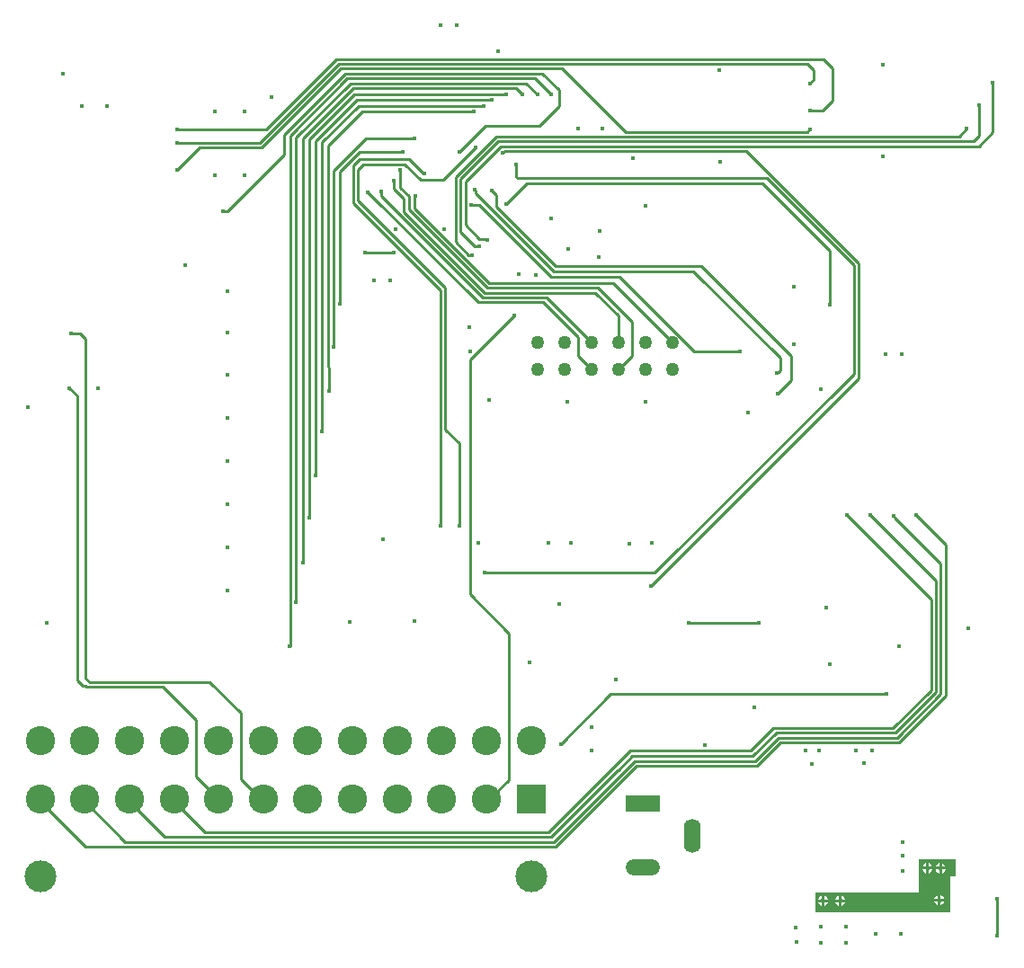
<source format=gbl>
G04*
G04 #@! TF.GenerationSoftware,Altium Limited,Altium Designer,24.6.1 (21)*
G04*
G04 Layer_Physical_Order=4*
G04 Layer_Color=16711680*
%FSLAX44Y44*%
%MOMM*%
G71*
G04*
G04 #@! TF.SameCoordinates,533720E8-7120-4541-8755-C975A74632B4*
G04*
G04*
G04 #@! TF.FilePolarity,Positive*
G04*
G01*
G75*
%ADD14C,0.2540*%
%ADD50C,2.7500*%
%ADD51R,2.7500X2.7500*%
%ADD52C,3.0000*%
%ADD53C,1.2700*%
%ADD54R,3.2000X1.6000*%
G04:AMPARAMS|DCode=55|XSize=3.2mm|YSize=1.6mm|CornerRadius=0.8mm|HoleSize=0mm|Usage=FLASHONLY|Rotation=180.000|XOffset=0mm|YOffset=0mm|HoleType=Round|Shape=RoundedRectangle|*
%AMROUNDEDRECTD55*
21,1,3.2000,0.0000,0,0,180.0*
21,1,1.6000,1.6000,0,0,180.0*
1,1,1.6000,-0.8000,0.0000*
1,1,1.6000,0.8000,0.0000*
1,1,1.6000,0.8000,0.0000*
1,1,1.6000,-0.8000,0.0000*
%
%ADD55ROUNDEDRECTD55*%
G04:AMPARAMS|DCode=56|XSize=1.6mm|YSize=3.2mm|CornerRadius=0.8mm|HoleSize=0mm|Usage=FLASHONLY|Rotation=180.000|XOffset=0mm|YOffset=0mm|HoleType=Round|Shape=RoundedRectangle|*
%AMROUNDEDRECTD56*
21,1,1.6000,1.6000,0,0,180.0*
21,1,0.0000,3.2000,0,0,180.0*
1,1,1.6000,0.0000,0.8000*
1,1,1.6000,0.0000,0.8000*
1,1,1.6000,0.0000,-0.8000*
1,1,1.6000,0.0000,-0.8000*
%
%ADD56ROUNDEDRECTD56*%
%ADD77C,0.4500*%
G36*
X1678151Y328930D02*
X1672590D01*
Y294640D01*
X1545590D01*
Y313690D01*
X1643380D01*
Y345231D01*
X1678151D01*
Y328930D01*
D02*
G37*
%LPC*%
G36*
X1664970Y341209D02*
Y337820D01*
X1668359D01*
X1667761Y339263D01*
X1666413Y340611D01*
X1664970Y341209D01*
D02*
G37*
G36*
X1662430D02*
X1660987Y340611D01*
X1659639Y339263D01*
X1659041Y337820D01*
X1662430D01*
Y341209D01*
D02*
G37*
G36*
X1652691D02*
Y337820D01*
X1656080D01*
X1655482Y339263D01*
X1654135Y340611D01*
X1652691Y341209D01*
D02*
G37*
G36*
X1650151D02*
X1648708Y340611D01*
X1647361Y339263D01*
X1646763Y337820D01*
X1650151D01*
Y341209D01*
D02*
G37*
G36*
X1668359Y335280D02*
X1664970D01*
Y331891D01*
X1666413Y332489D01*
X1667761Y333837D01*
X1668359Y335280D01*
D02*
G37*
G36*
X1662430D02*
X1659041D01*
X1659639Y333837D01*
X1660987Y332489D01*
X1662430Y331891D01*
Y335280D01*
D02*
G37*
G36*
X1656080D02*
X1652691D01*
Y331891D01*
X1654135Y332489D01*
X1655482Y333837D01*
X1656080Y335280D01*
D02*
G37*
G36*
X1650151D02*
X1646763D01*
X1647361Y333837D01*
X1648708Y332489D01*
X1650151Y331891D01*
Y335280D01*
D02*
G37*
G36*
X1663802Y311124D02*
Y307736D01*
X1667190D01*
X1666592Y309179D01*
X1665245Y310527D01*
X1663802Y311124D01*
D02*
G37*
G36*
X1661262D02*
X1659818Y310527D01*
X1658471Y309179D01*
X1657873Y307736D01*
X1661262D01*
Y311124D01*
D02*
G37*
G36*
X1570543Y310704D02*
Y307316D01*
X1573932D01*
X1573334Y308759D01*
X1571987Y310107D01*
X1570543Y310704D01*
D02*
G37*
G36*
X1568003D02*
X1566560Y310107D01*
X1565212Y308759D01*
X1564615Y307316D01*
X1568003D01*
Y310704D01*
D02*
G37*
G36*
X1554307Y310558D02*
Y307169D01*
X1557695D01*
X1557097Y308613D01*
X1555750Y309960D01*
X1554307Y310558D01*
D02*
G37*
G36*
X1551767D02*
X1550323Y309960D01*
X1548976Y308613D01*
X1548378Y307169D01*
X1551767D01*
Y310558D01*
D02*
G37*
G36*
X1667190Y305196D02*
X1663802D01*
Y301807D01*
X1665245Y302405D01*
X1666592Y303752D01*
X1667190Y305196D01*
D02*
G37*
G36*
X1661262D02*
X1657873D01*
X1658471Y303752D01*
X1659818Y302405D01*
X1661262Y301807D01*
Y305196D01*
D02*
G37*
G36*
X1573932Y304776D02*
X1570543D01*
Y301387D01*
X1571987Y301985D01*
X1573334Y303332D01*
X1573932Y304776D01*
D02*
G37*
G36*
X1568003D02*
X1564615D01*
X1565212Y303332D01*
X1566560Y301985D01*
X1568003Y301387D01*
Y304776D01*
D02*
G37*
G36*
X1557695Y304629D02*
X1554307D01*
Y301241D01*
X1555750Y301839D01*
X1557097Y303186D01*
X1557695Y304629D01*
D02*
G37*
G36*
X1551767D02*
X1548378D01*
X1548976Y303186D01*
X1550323Y301839D01*
X1551767Y301241D01*
Y304629D01*
D02*
G37*
%LPD*%
D14*
X1265138Y986799D02*
X1499861D01*
X1263650Y988287D02*
X1265138Y986799D01*
X1263650Y988287D02*
Y999490D01*
X1225179Y975654D02*
X1225554Y975279D01*
Y972816D02*
X1299293Y899077D01*
X1430937D01*
X1300915Y903876D02*
X1438004D01*
X1245306Y959484D02*
Y970654D01*
X1225554Y972816D02*
Y975279D01*
X1245306Y959484D02*
X1300915Y903876D01*
X1241260Y974700D02*
Y975178D01*
Y974700D02*
X1245306Y970654D01*
X1259341Y966907D02*
X1259341D01*
X1254737Y962303D02*
X1259341Y966907D01*
X1259341D02*
X1274144Y981710D01*
X1717040Y273050D02*
Y307340D01*
X1426210Y567690D02*
X1492250D01*
X1234440Y614680D02*
X1394460D01*
X1581922Y802142D02*
Y904737D01*
X1394460Y614680D02*
X1581922Y802142D01*
X1197070Y749965D02*
X1210310Y736725D01*
Y659130D02*
Y736725D01*
X1197070Y749965D02*
Y883190D01*
X1366929Y1030350D02*
X1538089D01*
X1540249Y1032510D02*
X1540557D01*
X1538089Y1030350D02*
X1540249Y1032510D01*
X1216220Y983770D02*
X1249180Y1016730D01*
X1211680Y985650D02*
X1247300Y1021270D01*
X1681065Y1025810D02*
X1688594Y1033339D01*
X1207140Y987531D02*
X1245419Y1025810D01*
X1695271Y1021270D02*
X1700367Y1026367D01*
X1251109Y1010205D02*
X1251592D01*
X1245419Y1025810D02*
X1681065D01*
X1480891Y1012190D02*
X1586463Y906618D01*
X1251592Y1010205D02*
X1253577Y1012190D01*
X1307589Y1089690D02*
X1366929Y1030350D01*
X1249180Y1016730D02*
X1699947D01*
X1712845Y1029628D01*
X1253577Y1012190D02*
X1480891D01*
X1247300Y1021270D02*
X1695271D01*
X1168217Y958015D02*
X1238502Y887730D01*
X1355090D01*
X1162916Y956895D02*
X1236621Y883190D01*
X1340650D01*
X1234741Y878650D02*
X1338770D01*
X1158376Y955014D02*
X1234741Y878650D01*
X1338770D02*
X1360170Y857250D01*
X1340650Y883190D02*
X1372870Y850971D01*
X1355090Y887730D02*
X1410970Y831850D01*
X1361281Y893730D02*
X1432050Y822960D01*
X1229230Y961390D02*
X1296890Y893730D01*
X1361281D01*
X1220470Y594360D02*
Y815503D01*
X1262356Y857390D01*
X1220470Y594360D02*
X1257300Y557530D01*
X1586463Y797793D02*
Y906618D01*
X1390650Y601980D02*
X1586463Y797793D01*
X988060Y955040D02*
X991870D01*
X1045460Y1008630D01*
Y1027750D01*
X1102859Y1085150D01*
X1288480D01*
X1081241Y748185D02*
Y1020281D01*
X1051120Y546069D02*
Y1026990D01*
X1081241Y1020281D02*
X1115899Y1054939D01*
X1062929Y624454D02*
Y1023630D01*
X1086917Y1017067D02*
X1119269Y1049419D01*
X1051120Y1026990D02*
X1104740Y1080610D01*
X1115899Y1054939D02*
X1231833D01*
X1104740Y1080610D02*
X1281590D01*
X1110829Y1071530D02*
X1264000D01*
X1086917Y808660D02*
Y1017067D01*
X1056640Y1024890D02*
X1107820Y1076070D01*
X1119269Y1049419D02*
X1224280D01*
X1056640Y586740D02*
Y1024890D01*
X1107820Y1076070D02*
X1273430D01*
X1062929Y1023630D02*
X1110829Y1071530D01*
X1068967Y1023247D02*
X1111651Y1065931D01*
X1068967Y666579D02*
Y1023247D01*
X1111651Y1065931D02*
X1254443D01*
X1113805Y1060465D02*
X1241147D01*
X1075212Y1021872D02*
X1113805Y1060465D01*
X1075212Y706198D02*
Y1021872D01*
X1619039Y468630D02*
X1654810Y504402D01*
X1484820Y447230D02*
X1506220Y468630D01*
X1619039D01*
X1281590Y1080610D02*
X1296670Y1065530D01*
X1233455Y1054703D02*
X1233830Y1054328D01*
X1232069Y1054703D02*
X1233455D01*
X1231833Y1054939D02*
X1232069Y1054703D01*
X1241147Y1060465D02*
X1241245Y1060368D01*
X1022421Y1019810D02*
X1096841Y1094230D01*
X1538480D02*
X1544320Y1088390D01*
X1553497Y1098770D02*
X1562130Y1090137D01*
X1094960Y1098770D02*
X1553497D01*
X1096841Y1094230D02*
X1538480D01*
X1098721Y1089690D02*
X1307589D01*
X1024301Y1015270D02*
X1098721Y1089690D01*
X1273430Y1076070D02*
X1283970Y1065530D01*
X1264000Y1071530D02*
X1270000Y1065530D01*
X1028700Y1032510D02*
X1094960Y1098770D01*
X1288480Y1085150D02*
X1304290Y1069340D01*
X1286074Y1035884D02*
X1304290Y1054100D01*
Y1069340D01*
X1235354Y1035884D02*
X1286074D01*
X1274144Y981710D02*
X1496337D01*
X1372870Y819150D02*
Y850971D01*
X1360170Y831850D02*
Y857250D01*
X1229650Y929350D02*
X1235470D01*
X1236450Y928370D02*
X1236980D01*
X1216220Y942780D02*
X1229650Y929350D01*
X1235470D02*
X1236450Y928370D01*
X1257300Y419920D02*
Y557530D01*
X1236160Y398780D02*
X1257300Y419920D01*
X1168451Y969366D02*
X1168826Y969741D01*
X1168451Y967980D02*
Y969366D01*
X1168217Y958015D02*
Y967746D01*
X1168451Y967980D01*
X1162916Y956895D02*
Y969484D01*
X1158376Y955014D02*
Y967604D01*
X1232860Y874110D02*
X1292510D01*
X1137219Y969752D02*
X1232860Y874110D01*
X1137219Y969752D02*
Y974129D01*
X1207140Y926460D02*
Y987531D01*
Y926460D02*
X1219367Y914233D01*
X1222093D01*
X1222468Y913858D01*
X1136868Y974480D02*
X1137219Y974129D01*
X1124402Y973528D02*
X1228361Y869570D01*
X1289430D01*
X1121757Y916619D02*
X1122013Y916876D01*
X1149157D01*
X1097820Y992340D02*
X1116401Y1010920D01*
X1097820Y870151D02*
X1097876Y870095D01*
Y868709D02*
X1098251Y868334D01*
X1097820Y870151D02*
Y992340D01*
X1097876Y868709D02*
Y870095D01*
X1092437Y827207D02*
Y993377D01*
X1122680Y1023620D01*
X1086917Y808660D02*
X1087700Y807877D01*
Y786512D02*
Y807877D01*
X1050929Y545878D02*
X1051120Y546069D01*
X1163536Y1004354D02*
X1176835Y991055D01*
X1177247D01*
X1149157Y916876D02*
X1149221Y916812D01*
X1110520Y963319D02*
Y998619D01*
X1116255Y1004354D02*
X1163536D01*
X1122680Y1023620D02*
X1168400D01*
X1116401Y1010920D02*
X1156970D01*
X1110520Y998619D02*
X1116255Y1004354D01*
X1115060Y994410D02*
X1120464Y999814D01*
X1159373D01*
X1115060Y965200D02*
Y994410D01*
X1110520Y963319D02*
X1192530Y881310D01*
X1115060Y965200D02*
X1197070Y883190D01*
X944880Y1019810D02*
X1022421D01*
X965740Y1015270D02*
X1024301D01*
X944880Y1032510D02*
X1028700D01*
X1210770Y1011300D02*
X1235354Y1035884D01*
X1174107Y985080D02*
X1195378D01*
X1225762Y1015464D01*
X1544320Y1079524D02*
Y1088390D01*
X1562130Y1059829D02*
Y1090137D01*
X1540510Y1050290D02*
X1552591D01*
X1562130Y1059829D01*
X1540869Y1076073D02*
X1544320Y1079524D01*
X944880Y994410D02*
X965740Y1015270D01*
X1430937Y899077D02*
X1512570Y817443D01*
Y805257D02*
Y817443D01*
X1509206Y802790D02*
X1509736D01*
X1510716Y803770D02*
X1511082D01*
X1512570Y805257D01*
X1509736Y802790D02*
X1510716Y803770D01*
X1438004Y903876D02*
X1522730Y819150D01*
X1510030Y783590D02*
X1522730Y796290D01*
Y819150D01*
X1432050Y822960D02*
X1474470D01*
X1211680Y935890D02*
X1225253Y922317D01*
X1211680Y935890D02*
Y985650D01*
X1225253Y922317D02*
X1229622D01*
X1216220Y942780D02*
Y983770D01*
X1712845Y1053250D02*
X1712845Y1053250D01*
Y1029628D02*
Y1053250D01*
X1712845Y1053250D02*
Y1076632D01*
X1700367Y1026367D02*
Y1055186D01*
X1221740Y961390D02*
X1229230D01*
X1149026Y976954D02*
X1158376Y967604D01*
X1154669Y977731D02*
X1162916Y969484D01*
X1149026Y976954D02*
Y984127D01*
X1154669Y977731D02*
Y994294D01*
X1292510Y874110D02*
X1334770Y831850D01*
X1289430Y869570D02*
X1322228Y836772D01*
X1149026Y984127D02*
X1149149Y984250D01*
X1159373Y999814D02*
X1174107Y985080D01*
X1559560Y867410D02*
Y918487D01*
X1496337Y981710D02*
X1559560Y918487D01*
X1499861Y986799D02*
X1581922Y904737D01*
X1360170Y806450D02*
X1372870Y819150D01*
X1192530Y659130D02*
Y881310D01*
X1282026Y833794D02*
X1283970Y831850D01*
X931640Y507270D02*
X962660Y476250D01*
X859180Y507270D02*
X931640D01*
X962660Y422910D02*
Y476250D01*
X1004570Y420370D02*
X1026160Y398780D01*
X1004570Y420370D02*
Y482600D01*
X984160Y398780D02*
Y401410D01*
X962660Y422910D02*
X984160Y401410D01*
X850562Y513636D02*
Y781556D01*
X843581Y788536D02*
X850562Y781556D01*
X853387Y840436D02*
X858817Y835006D01*
X844521Y840436D02*
X853387D01*
X858817Y515541D02*
Y835006D01*
X862548Y511810D02*
X975360D01*
X858817Y515541D02*
X862548Y511810D01*
X856198Y508000D02*
X858449D01*
X859180Y507270D01*
X975360Y511810D02*
X1004570Y482600D01*
X850562Y513636D02*
X856198Y508000D01*
X1371790Y447230D02*
X1484820D01*
X1294860Y370300D02*
X1371790Y447230D01*
X1512920Y455010D02*
X1624680D01*
X1375480Y437420D02*
X1488909D01*
X1487029Y441960D02*
X1509159Y464090D01*
X1377361Y432880D02*
X1490790D01*
X1488909Y437420D02*
X1511039Y459550D01*
X1490790Y432880D02*
X1512920Y455010D01*
X1373600Y441960D02*
X1487029D01*
X1509159Y464090D02*
X1620919D01*
X1511039Y459550D02*
X1622800D01*
X1659350Y502521D02*
Y607681D01*
X1622800Y459550D02*
X1663890Y500640D01*
Y623800D01*
X1654810Y504402D02*
Y589559D01*
X1624680Y455010D02*
X1668430Y498760D01*
X1575238Y669130D02*
X1654810Y589559D01*
X1620919Y464090D02*
X1659350Y502521D01*
X1640610Y669130D02*
X1668430Y641311D01*
X1620547Y667143D02*
X1663890Y623800D01*
X1597901Y669130D02*
X1659350Y607681D01*
X1668430Y498760D02*
Y641311D01*
X1620547Y667143D02*
Y667246D01*
X1619567Y668226D02*
X1620547Y667246D01*
X1619567Y668226D02*
Y668757D01*
X816160Y398780D02*
X858260Y356680D01*
X1301161D01*
X1377361Y432880D01*
X1299281Y361220D02*
X1375480Y437420D01*
X895720Y361220D02*
X1299281D01*
X858160Y398780D02*
X895720Y361220D01*
X942160Y398780D02*
X970640Y370300D01*
X933180Y365760D02*
X1296741D01*
X970640Y370300D02*
X1294860D01*
X1296741Y365760D02*
X1359510Y428530D01*
X900160Y398780D02*
X933180Y365760D01*
X1360170Y428530D02*
X1373600Y441960D01*
X1359510Y428530D02*
X1360170D01*
X1353040Y500380D02*
X1612900D01*
X1306440Y453780D02*
X1353040Y500380D01*
X1322228Y818992D02*
Y836772D01*
Y818992D02*
X1334770Y806450D01*
D50*
X815971Y457067D02*
D03*
X857971D02*
D03*
X899971D02*
D03*
X941971D02*
D03*
X983971D02*
D03*
X1025971D02*
D03*
X1067971D02*
D03*
X1109971D02*
D03*
X1151971D02*
D03*
X1193971D02*
D03*
X1235971D02*
D03*
X1277971D02*
D03*
X815971Y402067D02*
D03*
X857971D02*
D03*
X899971D02*
D03*
X941971D02*
D03*
X983971D02*
D03*
X1025971D02*
D03*
X1067971D02*
D03*
X1109971D02*
D03*
X1151971D02*
D03*
X1193971D02*
D03*
X1235971D02*
D03*
D51*
X1277971D02*
D03*
D52*
X815971Y329067D02*
D03*
X1277971D02*
D03*
D53*
X1283970Y806450D02*
D03*
Y831850D02*
D03*
X1309370Y806450D02*
D03*
Y831850D02*
D03*
X1334770Y806450D02*
D03*
Y831850D02*
D03*
X1360170Y806450D02*
D03*
Y831850D02*
D03*
X1385570Y806450D02*
D03*
Y831850D02*
D03*
X1410970Y806450D02*
D03*
Y831850D02*
D03*
D54*
X1382970Y397221D02*
D03*
D55*
Y337221D02*
D03*
D56*
X1429970Y367221D02*
D03*
D77*
X1263650Y999490D02*
D03*
X1225179Y975654D02*
D03*
X1241260Y975178D02*
D03*
X1254737Y962303D02*
D03*
X1717040Y273050D02*
D03*
Y307340D02*
D03*
X1426210Y567690D02*
D03*
X1492250D02*
D03*
X1276289Y530682D02*
D03*
X1138300Y646438D02*
D03*
X1168693Y569140D02*
D03*
X1107515Y568859D02*
D03*
X1624832Y545333D02*
D03*
X1690209Y562749D02*
D03*
X1370440Y642123D02*
D03*
X1392040Y642868D02*
D03*
X1315880Y643148D02*
D03*
X1294280Y642961D02*
D03*
X1550670Y787400D02*
D03*
X1220584Y823485D02*
D03*
X1219822Y846263D02*
D03*
X1210310Y659130D02*
D03*
X1456071Y1001709D02*
D03*
X1374435Y1005307D02*
D03*
X1662532Y306466D02*
D03*
X1192530Y1130300D02*
D03*
X1207770D02*
D03*
X1262356Y857390D02*
D03*
X1282948Y895121D02*
D03*
X1266840Y895800D02*
D03*
X1008380Y989330D02*
D03*
X1296670Y1065530D02*
D03*
X1241245Y1060368D02*
D03*
X1233830Y1054328D02*
D03*
X1254443Y1065931D02*
D03*
X1224280Y1049419D02*
D03*
X1236980Y928370D02*
D03*
X1168826Y969741D02*
D03*
X1196340Y938530D02*
D03*
X1136868Y974480D02*
D03*
X1124402Y973528D02*
D03*
X1121757Y916619D02*
D03*
X1098251Y868334D02*
D03*
X1092437Y827207D02*
D03*
X1087700Y786512D02*
D03*
X1081241Y748185D02*
D03*
X1075212Y706198D02*
D03*
X1068967Y666579D02*
D03*
X1062929Y624454D02*
D03*
X1050929Y545878D02*
D03*
X1056640Y586740D02*
D03*
X1177247Y991055D02*
D03*
X1149221Y916812D02*
D03*
X1455420Y1088490D02*
D03*
X1247140Y1106070D02*
D03*
X1210770Y1011300D02*
D03*
X1225762Y1015464D02*
D03*
X1251109Y1010205D02*
D03*
X988060Y955040D02*
D03*
X1540557Y1032510D02*
D03*
X1540869Y1076073D02*
D03*
X944880Y994410D02*
D03*
Y1019810D02*
D03*
X1540510Y1050290D02*
D03*
X1033780Y1062990D02*
D03*
X944880Y1032510D02*
D03*
X1609090Y1007110D02*
D03*
Y1093470D02*
D03*
X1509206Y802790D02*
D03*
X1510030Y783590D02*
D03*
X1525307Y829916D02*
D03*
X1474470Y822960D02*
D03*
X1712845Y1076632D02*
D03*
X1700367Y1055186D02*
D03*
X1688594Y1033339D02*
D03*
X1322070Y1033150D02*
D03*
X1344930D02*
D03*
X1283970Y1065530D02*
D03*
X1221740Y961390D02*
D03*
X1313180Y919480D02*
D03*
X1342173Y912020D02*
D03*
X1150620Y938530D02*
D03*
X1222468Y913858D02*
D03*
X1229622Y922317D02*
D03*
X1149149Y984250D02*
D03*
X1154669Y994294D02*
D03*
X1168400Y1023620D02*
D03*
X1156970Y1010920D02*
D03*
X1385500Y960190D02*
D03*
X1296670Y948690D02*
D03*
X1342324Y937123D02*
D03*
X1525270Y883920D02*
D03*
X1482090Y765810D02*
D03*
X1611630Y820420D02*
D03*
X1390650Y601980D02*
D03*
X1238250Y777240D02*
D03*
X1234440Y614680D02*
D03*
X1192530Y659130D02*
D03*
X1228090Y642620D02*
D03*
X869950Y788670D02*
D03*
X843581Y788536D02*
D03*
X844521Y840436D02*
D03*
X1441450Y452750D02*
D03*
X1640610Y669130D02*
D03*
X1619567Y668757D02*
D03*
X1597901Y669130D02*
D03*
X1575238D02*
D03*
X1536700Y447040D02*
D03*
X1583690D02*
D03*
X1598930D02*
D03*
X1549400D02*
D03*
X1357630Y514350D02*
D03*
X1591310Y435610D02*
D03*
X1145540Y890270D02*
D03*
X1130300D02*
D03*
X878840Y1054100D02*
D03*
X854710D02*
D03*
X836930Y1084580D02*
D03*
X1559560Y528320D02*
D03*
X1550796Y281221D02*
D03*
X1550860Y266532D02*
D03*
X1574969Y281422D02*
D03*
X1574990Y266532D02*
D03*
X1602428Y274891D02*
D03*
X1626558D02*
D03*
X1527810Y266700D02*
D03*
X1527525Y280619D02*
D03*
X1488440Y487680D02*
D03*
X821690Y567690D02*
D03*
X1612900Y500380D02*
D03*
X1335214Y469424D02*
D03*
X1542760Y434700D02*
D03*
X1555750Y581660D02*
D03*
X1626870Y820420D02*
D03*
X1559560Y867410D02*
D03*
X1270000Y1065530D02*
D03*
X980440Y1049020D02*
D03*
X1008380D02*
D03*
X980440Y989330D02*
D03*
X1304290Y585470D02*
D03*
X991997Y598043D02*
D03*
X991870Y638810D02*
D03*
Y679450D02*
D03*
Y720090D02*
D03*
Y760730D02*
D03*
Y801370D02*
D03*
Y840740D02*
D03*
Y880110D02*
D03*
X1334909Y447179D02*
D03*
X1306440Y453780D02*
D03*
X803853Y770738D02*
D03*
X1311910Y775970D02*
D03*
X1385582Y776098D02*
D03*
X952500Y904240D02*
D03*
X1627693Y334407D02*
D03*
Y361077D02*
D03*
X1663700Y336550D02*
D03*
X1627693Y348377D02*
D03*
X1569273Y306046D02*
D03*
X1651421Y336550D02*
D03*
X1553037Y305899D02*
D03*
M02*

</source>
